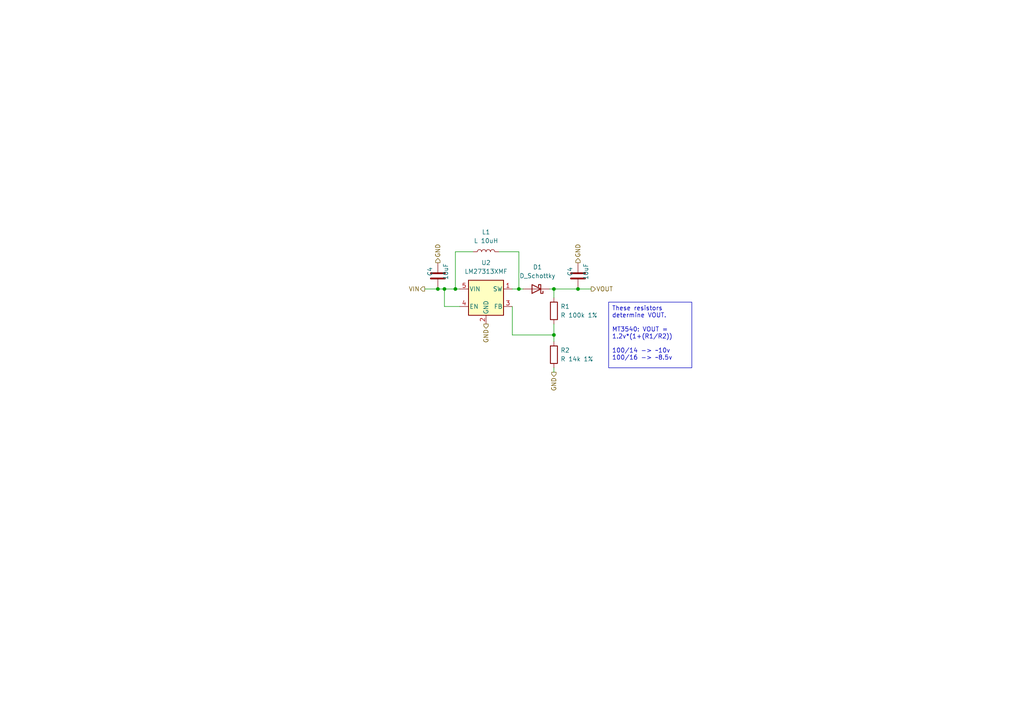
<source format=kicad_sch>
(kicad_sch (version 20230121) (generator eeschema)
  (paper "A4")
  (lib_symbols
    (symbol "Device:C" (pin_numbers hide) (pin_names (offset 0.254))
      (property "Reference" "C" (at 0.635 2.54 0))
      (property "Value" "C" (at 0.635 -2.54 0))
      (symbol "C_0_1"
        (polyline (pts (xy -2.032 -0.762) (xy 2.032 -0.762)) (stroke (width 0.508)))
        (polyline (pts (xy -2.032 0.762) (xy 2.032 0.762)) (stroke (width 0.508)))
      )
      (symbol "C_1_1"
        (pin passive line (at 0 3.81 270) (length 2.794) (name "~") (number "1"))
        (pin passive line (at 0 -3.81 90) (length 2.794) (name "~") (number "2"))
      )
    )
    (symbol "Device:D_Schottky" (pin_numbers hide) (pin_names (offset 1.016) hide)
      (property "Reference" "D" (at 0 2.54 0))
      (property "Value" "D_Schottky" (at 0 -2.54 0))
      (symbol "D_Schottky_0_1"
        (polyline (pts (xy 1.27 0) (xy -1.27 0)))
        (polyline (pts (xy 1.27 1.27) (xy 1.27 -1.27) (xy -1.27 0) (xy 1.27 1.27)) (stroke (width 0.254)))
        (polyline (pts (xy -1.905 0.635) (xy -1.905 1.27) (xy -1.27 1.27) (xy -1.27 -1.27) (xy -0.635 -1.27) (xy -0.635 -0.635)) (stroke (width 0.254)))
      )
      (symbol "D_Schottky_1_1"
        (pin passive line (at -3.81 0 0) (length 2.54) (name "K") (number "1"))
        (pin passive line (at 3.81 0 180) (length 2.54) (name "A") (number "2"))
      )
    )
    (symbol "Device:L" (pin_numbers hide) (pin_names (offset 1.016) hide)
      (property "Reference" "L" (at -1.27 0 90))
      (property "Value" "L" (at 1.905 0 90))
      (symbol "L_0_1"
        (arc (start 0 -2.54) (mid 0.6323 -1.905) (end 0 -1.27))
        (arc (start 0 -1.27) (mid 0.6323 -0.635) (end 0 0))
        (arc (start 0 0) (mid 0.6323 0.635) (end 0 1.27))
        (arc (start 0 1.27) (mid 0.6323 1.905) (end 0 2.54))
      )
      (symbol "L_1_1"
        (pin passive line (at 0 3.81 270) (length 1.27) (name "1") (number "1"))
        (pin passive line (at 0 -3.81 90) (length 1.27) (name "2") (number "2"))
      )
    )
    (symbol "Device:R" (pin_numbers hide) (pin_names (offset 0))
      (property "Reference" "R" (at 2.032 0 90))
      (property "Value" "R" (at 0 0 90))
      (symbol "R_0_1"
        (rectangle (start -1.016 -2.54) (end 1.016 2.54) (stroke (width 0.254)))
      )
      (symbol "R_1_1"
        (pin passive line (at 0 3.81 270) (length 1.27) (name "~") (number "1"))
        (pin passive line (at 0 -3.81 90) (length 1.27) (name "~") (number "2"))
      )
    )
    (symbol "Regulator_Switching:LM27313XMF" (pin_names (offset 0.254))
      (property "Reference" "U" (at -5.08 6.35 0))
      (property "Value" "LM27313XMF" (at 0 6.35 0))
      (symbol "LM27313XMF_0_1"
        (rectangle (start -5.08 5.08) (end 5.08 -5.08) (stroke (width 0.254)) (fill (type background)))
      )
      (symbol "LM27313XMF_1_1"
        (pin output line (at 7.62 2.54 180) (length 2.54) (name "SW") (number "1"))
        (pin power_in line (at 0 -7.62 90) (length 2.54) (name "GND") (number "2"))
        (pin input line (at 7.62 -2.54 180) (length 2.54) (name "FB") (number "3"))
        (pin input line (at -7.62 -2.54 0) (length 2.54) (name "EN") (number "4"))
        (pin input line (at -7.62 2.54 0) (length 2.54) (name "VIN") (number "5"))
      )
    )
  )
  (junction (at 132.08 83.82))
  (junction (at 160.655 97.155))
  (junction (at 127 83.82))
  (junction (at 128.905 83.82))
  (junction (at 150.495 83.82))
  (junction (at 167.64 83.82))
  (junction (at 160.655 83.82))
  (wire (pts (xy 160.655 106.68) (xy 160.655 107.95)))
  (wire (pts (xy 160.655 83.82) (xy 167.64 83.82)))
  (wire (pts (xy 167.64 83.82) (xy 171.45 83.82)))
  (wire (pts (xy 160.655 83.82) (xy 160.655 86.36)))
  (wire (pts (xy 128.905 83.82) (xy 128.905 88.9)))
  (wire (pts (xy 150.495 73.025) (xy 150.495 83.82)))
  (wire (pts (xy 144.78 73.025) (xy 150.495 73.025)))
  (wire (pts (xy 159.385 83.82) (xy 160.655 83.82)))
  (wire (pts (xy 148.59 97.155) (xy 148.59 88.9)))
  (wire (pts (xy 160.655 93.98) (xy 160.655 97.155)))
  (wire (pts (xy 132.08 83.82) (xy 133.35 83.82)))
  (wire (pts (xy 127 83.82) (xy 128.905 83.82)))
  (wire (pts (xy 150.495 83.82) (xy 151.765 83.82)))
  (wire (pts (xy 132.08 83.82) (xy 132.08 73.025)))
  (wire (pts (xy 128.905 88.9) (xy 133.35 88.9)))
  (wire (pts (xy 123.19 83.82) (xy 127 83.82)))
  (wire (pts (xy 150.495 83.82) (xy 148.59 83.82)))
  (wire (pts (xy 160.655 97.155) (xy 160.655 99.06)))
  (wire (pts (xy 148.59 97.155) (xy 160.655 97.155)))
  (wire (pts (xy 128.905 83.82) (xy 132.08 83.82)))
  (wire (pts (xy 132.08 73.025) (xy 137.16 73.025)))
  (text_box "These resistors determine VOUT.\n\nMT3540: VOUT = 1.2v*(1+(R1/R2))\n\n100/14 -> ~10v\n100/16 -> ~8.5v" (at 176.53 87.63 0) (size 24.13 19.05) (effects (font (size 1.27 1.27)) (justify left top)))
  (hierarchical_label "GND" (shape output) (at 160.655 107.95 270))
  (hierarchical_label "GND" (shape output) (at 127 76.2 90))
  (hierarchical_label "VOUT" (shape output) (at 171.45 83.82 0))
  (hierarchical_label "VIN" (shape output) (at 123.19 83.82 180))
  (hierarchical_label "GND" (shape output) (at 140.97 93.98 270))
  (hierarchical_label "GND" (shape output) (at 167.64 76.2 90))
  (symbol (lib_id "Device:C") (at 127 80.01 0) (unit 1)
    (property "Reference" "C4" (at 124.71 78.76 90))
    (property "Value" "10uF" (at 129.3 78.76 90))
    (property "Footprint" "Capacitor_SMD:C_0603_1608Metric" (effects hide))
    (property "MFR" "GRM188R6YA106MA73D" (effects hide))
    (property "LCSC" "C194427" (effects hide))
    (property "Description" "35V 10uF X5R ±20% 0603  Multilayer Ceramic Capacitors MLCC - SMD/SMT ROHS" (effects hide))
    (property "URL" "https://jlcpcb.com/partdetail/235742-GRM188R6YA106MA73D/C194427" (effects hide))
    (instances (project "RP2040Breakout" (path "" (reference "C4") (unit 1))) (project "Pico_FT232H_pair" (path "" (reference "C1") (unit 1))) (project "kicad_deps" (path "" (reference "C4") (unit 1)) (path "" (reference "C2") (unit 1)) (path "" (reference "C7") (unit 1))))
  )
  (symbol (lib_id "Regulator_Switching:LM27313XMF") (at 140.97 86.36 0) (unit 1)
    (property "Reference" "U2" (at 140.97 76.2 0))
    (property "Value" "LM27313XMF" (at 140.97 78.74 0))
    (property "Footprint" "Package_TO_SOT_SMD:SOT-23-5" (effects hide))
    (property "Datasheet" "http://www.ti.com/lit/ds/symlink/lm27313.pdf" (effects hide))
    (property "MFR" "MT3540" (effects hide))
    (property "LCSC" "C181744" (effects hide))
    (property "Description" "boost converterType 28V 2.5V~5.5V 1.5A SOT-23-5  DC-DC Converters ROHS" (effects hide))
  )
  (symbol (lib_id "Device:L") (at 140.97 73.025 90) (unit 1)
    (property "Reference" "L1" (at 140.97 67.31 90))
    (property "Value" "L 10uH" (at 140.97 69.85 90))
    (property "Footprint" "Inductor_SMD:L_0805_2012Metric" (effects hide))
    (property "MFR" "CPY201212T-100M-NP" (effects hide))
    (property "LCSC" "C285963" (effects hide))
    (property "Description" "400mA 10uH ±20% 0805  Inductors (SMD) ROHS" (effects hide))
  )
  (symbol (lib_id "Device:R") (at 160.655 90.17 0) (unit 1)
    (property "Reference" "R1" (at 162.56 88.9 0) (effects (justify left)))
    (property "Value" "R 100k 1%" (at 162.56 91.44 0) (effects (justify left)))
    (property "Footprint" "Resistor_SMD:R_0402_1005Metric" (effects hide))
    (property "MFR" "RC0402FR-07100KL" (effects hide))
    (property "LCSC" "C60491" (effects hide))
    (property "Description" "62.5mW Thick Film Resistors ±100ppm/℃ ±1% 100kΩ 0402  Chip Resistor - Surface Mount ROHS" (effects hide))
    (property "URL" "https://jlcpcb.com/partdetail/YAGEO-RC0402FR07100KL/C60491" (effects hide))
  )
  (symbol (lib_id "Device:R") (at 160.655 102.87 0) (unit 1)
    (property "Reference" "R2" (at 162.56 101.6 0) (effects (justify left)))
    (property "Value" "R 14k 1%" (at 162.56 104.14 0) (effects (justify left)))
    (property "Footprint" "Resistor_SMD:R_0402_1005Metric" (effects hide))
    (property "MFR" "SCR0402F14K" (effects hide))
    (property "LCSC" "C3015834" (effects hide))
    (property "Description" "±1% 14kΩ 0402  Chip Resistor - Surface Mount ROHS" (effects hide))
    (property "URL" "https://jlcpcb.com/partdetail/VO-SCR0402F14K/C3015834" (effects hide))
  )
  (symbol (lib_id "Device:D_Schottky") (at 155.575 83.82 180) (unit 1)
    (property "Reference" "D1" (at 155.8925 77.47 0))
    (property "Value" "D_Schottky" (at 155.8925 80.01 0))
    (property "Footprint" "Diode_SMD:D_0402_1005Metric" (effects hide))
    (property "MFR" "RB161QS-40T18R" (effects hide))
    (property "LCSC" "C2837790" (effects hide))
    (property "Description" "40V Single 600mV@1A 1A 0402  Schottky Barrier Diodes (SBD) ROHS" (effects hide))
    (property "URL" "https://jlcpcb.com/partdetail/ROHMSemicon-RB161QS40T18R/C2837790" (effects hide))
  )
  (symbol (lib_id "Device:C") (at 167.64 80.01 0) (unit 1)
    (property "Reference" "C4" (at 165.35 78.76 90))
    (property "Value" "10uF" (at 169.94 78.76 90))
    (property "Footprint" "Capacitor_SMD:C_0603_1608Metric" (effects hide))
    (property "MFR" "GRM188R6YA106MA73D" (effects hide))
    (property "LCSC" "C194427" (effects hide))
    (property "Description" "35V 10uF X5R ±20% 0603  Multilayer Ceramic Capacitors MLCC - SMD/SMT ROHS" (effects hide))
    (property "URL" "https://jlcpcb.com/partdetail/235742-GRM188R6YA106MA73D/C194427" (effects hide))
    (instances (project "RP2040Breakout" (path "" (reference "C4") (unit 1))) (project "Pico_FT232H_pair" (path "" (reference "C1") (unit 1))) (project "kicad_deps" (path "" (reference "C4") (unit 1)) (path "" (reference "C2") (unit 1)) (path "" (reference "C8") (unit 1))))
  )
)
</source>
